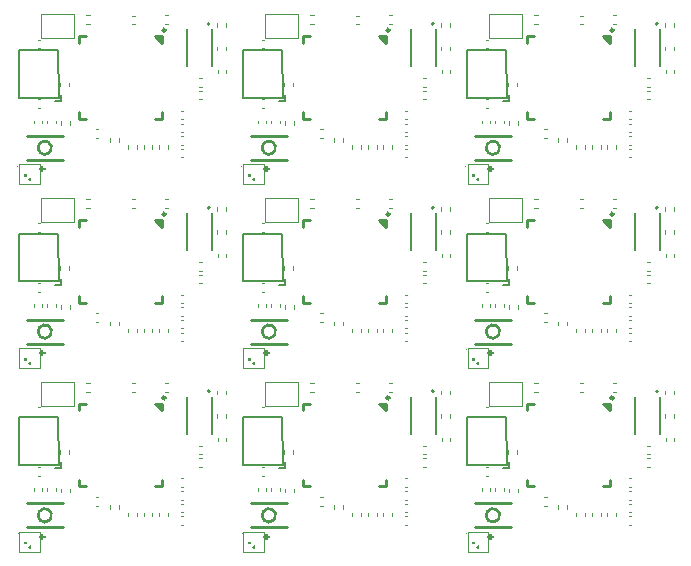
<source format=gto>
G04 #@! TF.GenerationSoftware,KiCad,Pcbnew,7.0.2-6a45011f42~172~ubuntu22.04.1*
G04 #@! TF.CreationDate,2023-06-12T10:28:05+08:00*
G04 #@! TF.ProjectId,panel_3_3,70616e65-6c5f-4335-9f33-2e6b69636164,rev?*
G04 #@! TF.SameCoordinates,Original*
G04 #@! TF.FileFunction,Legend,Top*
G04 #@! TF.FilePolarity,Positive*
%FSLAX46Y46*%
G04 Gerber Fmt 4.6, Leading zero omitted, Abs format (unit mm)*
G04 Created by KiCad (PCBNEW 7.0.2-6a45011f42~172~ubuntu22.04.1) date 2023-06-12 10:28:05*
%MOMM*%
%LPD*%
G01*
G04 APERTURE LIST*
%ADD10C,0.152000*%
%ADD11C,0.200000*%
%ADD12C,0.120000*%
%ADD13C,0.100000*%
%ADD14C,0.254000*%
G04 APERTURE END LIST*
D10*
G04 #@! TO.C,U2*
X61466000Y-16638500D02*
X61466000Y-13486500D01*
X59314000Y-13486500D02*
X59314000Y-16638500D01*
D11*
X61252000Y-13030500D02*
G75*
G03*
X61252000Y-13030500I-100000J0D01*
G01*
D12*
G04 #@! TO.C,R3*
X53590000Y-53806359D02*
X53590000Y-54113641D01*
X52830000Y-53806359D02*
X52830000Y-54113641D01*
G04 #@! TO.C,R5*
X43675000Y-28536359D02*
X43675000Y-28843641D01*
X42915000Y-28536359D02*
X42915000Y-28843641D01*
G04 #@! TO.C,R3*
X34620000Y-53806359D02*
X34620000Y-54113641D01*
X33860000Y-53806359D02*
X33860000Y-54113641D01*
G04 #@! TO.C,C7*
X32852836Y-22690000D02*
X32637164Y-22690000D01*
X32852836Y-21970000D02*
X32637164Y-21970000D01*
G04 #@! TO.C,C2*
X60357164Y-17640000D02*
X60572836Y-17640000D01*
X60357164Y-18360000D02*
X60572836Y-18360000D01*
D10*
G04 #@! TO.C,U2*
X23526000Y-16638500D02*
X23526000Y-13486500D01*
X21374000Y-13486500D02*
X21374000Y-16638500D01*
D11*
X23312000Y-13030500D02*
G75*
G03*
X23312000Y-13030500I-100000J0D01*
G01*
D12*
G04 #@! TO.C,C9*
X20842164Y-38095000D02*
X21057836Y-38095000D01*
X20842164Y-38815000D02*
X21057836Y-38815000D01*
G04 #@! TO.C,C1*
X46667164Y-34990000D02*
X46882836Y-34990000D01*
X46667164Y-35710000D02*
X46882836Y-35710000D01*
G04 #@! TO.C,C13*
X9125000Y-36777164D02*
X9125000Y-36992836D01*
X8405000Y-36777164D02*
X8405000Y-36992836D01*
D13*
G04 #@! TO.C,U5*
X26160000Y-40480000D02*
X26160000Y-42180000D01*
X26160000Y-42180000D02*
X27860000Y-42180000D01*
X27860000Y-40480000D02*
X26160000Y-40480000D01*
X27860000Y-42180000D02*
X27860000Y-40480000D01*
X26060000Y-40630000D02*
G75*
G03*
X26060000Y-40630000I-50000J0D01*
G01*
D12*
X27060000Y-41830000D02*
X26910000Y-41730000D01*
X27060000Y-41630000D01*
X27060000Y-41830000D01*
G36*
X27060000Y-41830000D02*
G01*
X26910000Y-41730000D01*
X27060000Y-41630000D01*
X27060000Y-41830000D01*
G37*
X28285000Y-40905000D02*
X27835000Y-40905000D01*
X27835000Y-40805000D01*
X28285000Y-40805000D01*
X28285000Y-40905000D01*
G36*
X28285000Y-40905000D02*
G01*
X27835000Y-40905000D01*
X27835000Y-40805000D01*
X28285000Y-40805000D01*
X28285000Y-40905000D01*
G37*
X28110000Y-41080000D02*
X28010000Y-41080000D01*
X28010000Y-40630000D01*
X28110000Y-40630000D01*
X28110000Y-41080000D01*
G36*
X28110000Y-41080000D02*
G01*
X28010000Y-41080000D01*
X28010000Y-40630000D01*
X28110000Y-40630000D01*
X28110000Y-41080000D01*
G37*
X26680000Y-41460000D02*
X26670000Y-41460000D01*
X26510000Y-41460000D01*
X26510000Y-41330000D01*
X26680000Y-41330000D01*
X26680000Y-41460000D01*
G36*
X26680000Y-41460000D02*
G01*
X26670000Y-41460000D01*
X26510000Y-41460000D01*
X26510000Y-41330000D01*
X26680000Y-41330000D01*
X26680000Y-41460000D01*
G37*
G04 #@! TO.C,R9*
X55115000Y-38846359D02*
X55115000Y-39153641D01*
X54355000Y-38846359D02*
X54355000Y-39153641D01*
G04 #@! TO.C,R6*
X23945000Y-46388641D02*
X23945000Y-46081359D01*
X24705000Y-46388641D02*
X24705000Y-46081359D01*
G04 #@! TO.C,R3*
X34620000Y-22686359D02*
X34620000Y-22993641D01*
X33860000Y-22686359D02*
X33860000Y-22993641D01*
G04 #@! TO.C,C7*
X13882836Y-22690000D02*
X13667164Y-22690000D01*
X13882836Y-21970000D02*
X13667164Y-21970000D01*
G04 #@! TO.C,R12*
X31791359Y-12320000D02*
X32098641Y-12320000D01*
X31791359Y-13080000D02*
X32098641Y-13080000D01*
G04 #@! TO.C,C2*
X60357164Y-48760000D02*
X60572836Y-48760000D01*
X60357164Y-49480000D02*
X60572836Y-49480000D01*
G04 #@! TO.C,C9*
X58782164Y-22535000D02*
X58997836Y-22535000D01*
X58782164Y-23255000D02*
X58997836Y-23255000D01*
G04 #@! TO.C,R9*
X17175000Y-23286359D02*
X17175000Y-23593641D01*
X16415000Y-23286359D02*
X16415000Y-23593641D01*
G04 #@! TO.C,C1*
X8727164Y-34990000D02*
X8942836Y-34990000D01*
X8727164Y-35710000D02*
X8942836Y-35710000D01*
D10*
G04 #@! TO.C,X1*
X10219000Y-50659000D02*
X10727000Y-50659000D01*
X10727000Y-50659000D02*
X10727000Y-50151000D01*
X7171000Y-50402000D02*
X7171000Y-46341000D01*
X10501000Y-50402000D02*
X7171000Y-50402000D01*
X7171000Y-46341000D02*
X8822000Y-46341000D01*
X8822000Y-46341000D02*
X10473000Y-46341000D01*
X10473000Y-46341000D02*
X10501000Y-50402000D01*
X10473000Y-46341000D02*
X10473000Y-46341000D01*
D14*
G04 #@! TO.C,U1*
X57170000Y-45195000D02*
X57170000Y-45764000D01*
X56601000Y-45195000D02*
X57170000Y-45195000D01*
X56601000Y-45195000D02*
X57170000Y-45764000D01*
X50170000Y-45195000D02*
X50739000Y-45195000D01*
X50170000Y-45295000D02*
X50170000Y-45195000D01*
X57170000Y-45454000D02*
X57073000Y-45454000D01*
X57073000Y-45454000D02*
X56814000Y-45195000D01*
X50170000Y-45764000D02*
X50170000Y-45295000D01*
X57170000Y-51626000D02*
X57170000Y-52195000D01*
X57170000Y-52195000D02*
X56601000Y-52195000D01*
X50739000Y-52195000D02*
X50170000Y-52195000D01*
X50170000Y-52195000D02*
X50170000Y-51626000D01*
X57497000Y-44695000D02*
G75*
G03*
X57497000Y-44695000I-127000J0D01*
G01*
D12*
G04 #@! TO.C,JP1*
X9005000Y-12230000D02*
X11805000Y-12230000D01*
X9005000Y-14230000D02*
X9005000Y-12230000D01*
X11805000Y-12230000D02*
X11805000Y-14230000D01*
X11805000Y-14230000D02*
X9005000Y-14230000D01*
D10*
G04 #@! TO.C,X1*
X48159000Y-50659000D02*
X48667000Y-50659000D01*
X48667000Y-50659000D02*
X48667000Y-50151000D01*
X45111000Y-50402000D02*
X45111000Y-46341000D01*
X48441000Y-50402000D02*
X45111000Y-50402000D01*
X45111000Y-46341000D02*
X46762000Y-46341000D01*
X46762000Y-46341000D02*
X48413000Y-46341000D01*
X48413000Y-46341000D02*
X48441000Y-50402000D01*
X48413000Y-46341000D02*
X48413000Y-46341000D01*
D14*
G04 #@! TO.C,SW1*
X45751000Y-38064000D02*
X48799000Y-38064000D01*
X45751000Y-40096000D02*
X48799000Y-40096000D01*
X47783491Y-39334252D02*
G75*
G03*
X47676999Y-39481999I-508491J254252D01*
G01*
D12*
G04 #@! TO.C,R5*
X43675000Y-12976359D02*
X43675000Y-13283641D01*
X42915000Y-12976359D02*
X42915000Y-13283641D01*
G04 #@! TO.C,R6*
X61885000Y-15268641D02*
X61885000Y-14961359D01*
X62645000Y-15268641D02*
X62645000Y-14961359D01*
G04 #@! TO.C,C11*
X57457164Y-27880000D02*
X57672836Y-27880000D01*
X57457164Y-28600000D02*
X57672836Y-28600000D01*
G04 #@! TO.C,R6*
X42915000Y-15268641D02*
X42915000Y-14961359D01*
X43675000Y-15268641D02*
X43675000Y-14961359D01*
G04 #@! TO.C,R3*
X15650000Y-53806359D02*
X15650000Y-54113641D01*
X14890000Y-53806359D02*
X14890000Y-54113641D01*
G04 #@! TO.C,C12*
X16752164Y-12325000D02*
X16967836Y-12325000D01*
X16752164Y-13045000D02*
X16967836Y-13045000D01*
G04 #@! TO.C,C1*
X27697164Y-34990000D02*
X27912836Y-34990000D01*
X27697164Y-35710000D02*
X27912836Y-35710000D01*
G04 #@! TO.C,R10*
X18455000Y-23286359D02*
X18455000Y-23593641D01*
X17695000Y-23286359D02*
X17695000Y-23593641D01*
G04 #@! TO.C,C2*
X60357164Y-33200000D02*
X60572836Y-33200000D01*
X60357164Y-33920000D02*
X60572836Y-33920000D01*
D10*
G04 #@! TO.C,U2*
X42496000Y-16638500D02*
X42496000Y-13486500D01*
X40344000Y-13486500D02*
X40344000Y-16638500D01*
D11*
X42282000Y-13030500D02*
G75*
G03*
X42282000Y-13030500I-100000J0D01*
G01*
D12*
G04 #@! TO.C,C1*
X46667164Y-50550000D02*
X46882836Y-50550000D01*
X46667164Y-51270000D02*
X46882836Y-51270000D01*
G04 #@! TO.C,C11*
X19517164Y-27880000D02*
X19732836Y-27880000D01*
X19517164Y-28600000D02*
X19732836Y-28600000D01*
G04 #@! TO.C,R3*
X53590000Y-38246359D02*
X53590000Y-38553641D01*
X52830000Y-38246359D02*
X52830000Y-38553641D01*
X15650000Y-22686359D02*
X15650000Y-22993641D01*
X14890000Y-22686359D02*
X14890000Y-22993641D01*
G04 #@! TO.C,R2*
X10675000Y-21573641D02*
X10675000Y-21266359D01*
X11435000Y-21573641D02*
X11435000Y-21266359D01*
D14*
G04 #@! TO.C,SW1*
X45751000Y-22504000D02*
X48799000Y-22504000D01*
X45751000Y-24536000D02*
X48799000Y-24536000D01*
X47783491Y-23774252D02*
G75*
G03*
X47676999Y-23921999I-508491J254252D01*
G01*
D12*
G04 #@! TO.C,C2*
X41387164Y-17640000D02*
X41602836Y-17640000D01*
X41387164Y-18360000D02*
X41602836Y-18360000D01*
G04 #@! TO.C,C4*
X29225000Y-36772164D02*
X29225000Y-36987836D01*
X28505000Y-36772164D02*
X28505000Y-36987836D01*
X29225000Y-52332164D02*
X29225000Y-52547836D01*
X28505000Y-52332164D02*
X28505000Y-52547836D01*
D14*
G04 #@! TO.C,U1*
X19230000Y-14075000D02*
X19230000Y-14644000D01*
X18661000Y-14075000D02*
X19230000Y-14075000D01*
X18661000Y-14075000D02*
X19230000Y-14644000D01*
X12230000Y-14075000D02*
X12799000Y-14075000D01*
X12230000Y-14175000D02*
X12230000Y-14075000D01*
X19230000Y-14334000D02*
X19133000Y-14334000D01*
X19133000Y-14334000D02*
X18874000Y-14075000D01*
X12230000Y-14644000D02*
X12230000Y-14175000D01*
X19230000Y-20506000D02*
X19230000Y-21075000D01*
X19230000Y-21075000D02*
X18661000Y-21075000D01*
X12799000Y-21075000D02*
X12230000Y-21075000D01*
X12230000Y-21075000D02*
X12230000Y-20506000D01*
X19557000Y-13575000D02*
G75*
G03*
X19557000Y-13575000I-127000J0D01*
G01*
D12*
G04 #@! TO.C,R9*
X55115000Y-23286359D02*
X55115000Y-23593641D01*
X54355000Y-23286359D02*
X54355000Y-23593641D01*
G04 #@! TO.C,C9*
X39812164Y-38095000D02*
X40027836Y-38095000D01*
X39812164Y-38815000D02*
X40027836Y-38815000D01*
G04 #@! TO.C,C12*
X16752164Y-43445000D02*
X16967836Y-43445000D01*
X16752164Y-44165000D02*
X16967836Y-44165000D01*
G04 #@! TO.C,C8*
X58787164Y-54740000D02*
X59002836Y-54740000D01*
X58787164Y-55460000D02*
X59002836Y-55460000D01*
D13*
G04 #@! TO.C,U5*
X26160000Y-24920000D02*
X26160000Y-26620000D01*
X26160000Y-26620000D02*
X27860000Y-26620000D01*
X27860000Y-24920000D02*
X26160000Y-24920000D01*
X27860000Y-26620000D02*
X27860000Y-24920000D01*
X26060000Y-25070000D02*
G75*
G03*
X26060000Y-25070000I-50000J0D01*
G01*
D12*
X27060000Y-26270000D02*
X26910000Y-26170000D01*
X27060000Y-26070000D01*
X27060000Y-26270000D01*
G36*
X27060000Y-26270000D02*
G01*
X26910000Y-26170000D01*
X27060000Y-26070000D01*
X27060000Y-26270000D01*
G37*
X28285000Y-25345000D02*
X27835000Y-25345000D01*
X27835000Y-25245000D01*
X28285000Y-25245000D01*
X28285000Y-25345000D01*
G36*
X28285000Y-25345000D02*
G01*
X27835000Y-25345000D01*
X27835000Y-25245000D01*
X28285000Y-25245000D01*
X28285000Y-25345000D01*
G37*
X28110000Y-25520000D02*
X28010000Y-25520000D01*
X28010000Y-25070000D01*
X28110000Y-25070000D01*
X28110000Y-25520000D01*
G36*
X28110000Y-25520000D02*
G01*
X28010000Y-25520000D01*
X28010000Y-25070000D01*
X28110000Y-25070000D01*
X28110000Y-25520000D01*
G37*
X26680000Y-25900000D02*
X26670000Y-25900000D01*
X26510000Y-25900000D01*
X26510000Y-25770000D01*
X26680000Y-25770000D01*
X26680000Y-25900000D01*
G36*
X26680000Y-25900000D02*
G01*
X26670000Y-25900000D01*
X26510000Y-25900000D01*
X26510000Y-25770000D01*
X26680000Y-25770000D01*
X26680000Y-25900000D01*
G37*
G04 #@! TO.C,C11*
X57457164Y-43440000D02*
X57672836Y-43440000D01*
X57457164Y-44160000D02*
X57672836Y-44160000D01*
D10*
G04 #@! TO.C,U2*
X23526000Y-47758500D02*
X23526000Y-44606500D01*
X21374000Y-44606500D02*
X21374000Y-47758500D01*
D11*
X23312000Y-44150500D02*
G75*
G03*
X23312000Y-44150500I-100000J0D01*
G01*
D12*
G04 #@! TO.C,C10*
X41387164Y-34260000D02*
X41602836Y-34260000D01*
X41387164Y-34980000D02*
X41602836Y-34980000D01*
G04 #@! TO.C,C1*
X8727164Y-50550000D02*
X8942836Y-50550000D01*
X8727164Y-51270000D02*
X8942836Y-51270000D01*
X8727164Y-19430000D02*
X8942836Y-19430000D01*
X8727164Y-20150000D02*
X8942836Y-20150000D01*
G04 #@! TO.C,C7*
X13882836Y-38250000D02*
X13667164Y-38250000D01*
X13882836Y-37530000D02*
X13667164Y-37530000D01*
G04 #@! TO.C,C9*
X58782164Y-53655000D02*
X58997836Y-53655000D01*
X58782164Y-54375000D02*
X58997836Y-54375000D01*
G04 #@! TO.C,C6*
X21057836Y-37747500D02*
X20842164Y-37747500D01*
X21057836Y-37027500D02*
X20842164Y-37027500D01*
G04 #@! TO.C,C11*
X38487164Y-27880000D02*
X38702836Y-27880000D01*
X38487164Y-28600000D02*
X38702836Y-28600000D01*
G04 #@! TO.C,C14*
X24685000Y-16972164D02*
X24685000Y-17187836D01*
X23965000Y-16972164D02*
X23965000Y-17187836D01*
G04 #@! TO.C,C10*
X60357164Y-34260000D02*
X60572836Y-34260000D01*
X60357164Y-34980000D02*
X60572836Y-34980000D01*
G04 #@! TO.C,R5*
X24705000Y-28536359D02*
X24705000Y-28843641D01*
X23945000Y-28536359D02*
X23945000Y-28843641D01*
G04 #@! TO.C,C1*
X27697164Y-19430000D02*
X27912836Y-19430000D01*
X27697164Y-20150000D02*
X27912836Y-20150000D01*
G04 #@! TO.C,R9*
X36145000Y-38846359D02*
X36145000Y-39153641D01*
X35385000Y-38846359D02*
X35385000Y-39153641D01*
D14*
G04 #@! TO.C,SW1*
X7811000Y-38064000D02*
X10859000Y-38064000D01*
X7811000Y-40096000D02*
X10859000Y-40096000D01*
X9843491Y-39334252D02*
G75*
G03*
X9736999Y-39481999I-508491J254252D01*
G01*
D12*
G04 #@! TO.C,R11*
X38705000Y-38846359D02*
X38705000Y-39153641D01*
X37945000Y-38846359D02*
X37945000Y-39153641D01*
G04 #@! TO.C,C14*
X43655000Y-48092164D02*
X43655000Y-48307836D01*
X42935000Y-48092164D02*
X42935000Y-48307836D01*
G04 #@! TO.C,R12*
X50761359Y-12320000D02*
X51068641Y-12320000D01*
X50761359Y-13080000D02*
X51068641Y-13080000D01*
G04 #@! TO.C,C9*
X39812164Y-22535000D02*
X40027836Y-22535000D01*
X39812164Y-23255000D02*
X40027836Y-23255000D01*
G04 #@! TO.C,C7*
X13882836Y-53810000D02*
X13667164Y-53810000D01*
X13882836Y-53090000D02*
X13667164Y-53090000D01*
G04 #@! TO.C,JP1*
X46945000Y-12230000D02*
X49745000Y-12230000D01*
X46945000Y-14230000D02*
X46945000Y-12230000D01*
X49745000Y-12230000D02*
X49745000Y-14230000D01*
X49745000Y-14230000D02*
X46945000Y-14230000D01*
D14*
G04 #@! TO.C,U1*
X57170000Y-29635000D02*
X57170000Y-30204000D01*
X56601000Y-29635000D02*
X57170000Y-29635000D01*
X56601000Y-29635000D02*
X57170000Y-30204000D01*
X50170000Y-29635000D02*
X50739000Y-29635000D01*
X50170000Y-29735000D02*
X50170000Y-29635000D01*
X57170000Y-29894000D02*
X57073000Y-29894000D01*
X57073000Y-29894000D02*
X56814000Y-29635000D01*
X50170000Y-30204000D02*
X50170000Y-29735000D01*
X57170000Y-36066000D02*
X57170000Y-36635000D01*
X57170000Y-36635000D02*
X56601000Y-36635000D01*
X50739000Y-36635000D02*
X50170000Y-36635000D01*
X50170000Y-36635000D02*
X50170000Y-36066000D01*
X57497000Y-29135000D02*
G75*
G03*
X57497000Y-29135000I-127000J0D01*
G01*
D12*
G04 #@! TO.C,C13*
X28095000Y-36777164D02*
X28095000Y-36992836D01*
X27375000Y-36777164D02*
X27375000Y-36992836D01*
G04 #@! TO.C,C6*
X40027836Y-37747500D02*
X39812164Y-37747500D01*
X40027836Y-37027500D02*
X39812164Y-37027500D01*
G04 #@! TO.C,R2*
X10675000Y-37133641D02*
X10675000Y-36826359D01*
X11435000Y-37133641D02*
X11435000Y-36826359D01*
G04 #@! TO.C,R12*
X31791359Y-27880000D02*
X32098641Y-27880000D01*
X31791359Y-28640000D02*
X32098641Y-28640000D01*
D14*
G04 #@! TO.C,U1*
X19230000Y-29635000D02*
X19230000Y-30204000D01*
X18661000Y-29635000D02*
X19230000Y-29635000D01*
X18661000Y-29635000D02*
X19230000Y-30204000D01*
X12230000Y-29635000D02*
X12799000Y-29635000D01*
X12230000Y-29735000D02*
X12230000Y-29635000D01*
X19230000Y-29894000D02*
X19133000Y-29894000D01*
X19133000Y-29894000D02*
X18874000Y-29635000D01*
X12230000Y-30204000D02*
X12230000Y-29735000D01*
X19230000Y-36066000D02*
X19230000Y-36635000D01*
X19230000Y-36635000D02*
X18661000Y-36635000D01*
X12799000Y-36635000D02*
X12230000Y-36635000D01*
X12230000Y-36635000D02*
X12230000Y-36066000D01*
X19557000Y-29135000D02*
G75*
G03*
X19557000Y-29135000I-127000J0D01*
G01*
D12*
G04 #@! TO.C,C5*
X39812164Y-35960000D02*
X40027836Y-35960000D01*
X39812164Y-36680000D02*
X40027836Y-36680000D01*
G04 #@! TO.C,C3*
X46687164Y-14360000D02*
X46902836Y-14360000D01*
X46687164Y-15080000D02*
X46902836Y-15080000D01*
D10*
G04 #@! TO.C,U2*
X42496000Y-47758500D02*
X42496000Y-44606500D01*
X40344000Y-44606500D02*
X40344000Y-47758500D01*
D11*
X42282000Y-44150500D02*
G75*
G03*
X42282000Y-44150500I-100000J0D01*
G01*
D12*
G04 #@! TO.C,C3*
X8747164Y-45480000D02*
X8962836Y-45480000D01*
X8747164Y-46200000D02*
X8962836Y-46200000D01*
G04 #@! TO.C,C12*
X54692164Y-27885000D02*
X54907836Y-27885000D01*
X54692164Y-28605000D02*
X54907836Y-28605000D01*
G04 #@! TO.C,R1*
X10645000Y-33873641D02*
X10645000Y-33566359D01*
X11405000Y-33873641D02*
X11405000Y-33566359D01*
G04 #@! TO.C,C5*
X20842164Y-20400000D02*
X21057836Y-20400000D01*
X20842164Y-21120000D02*
X21057836Y-21120000D01*
G04 #@! TO.C,C6*
X40027836Y-22187500D02*
X39812164Y-22187500D01*
X40027836Y-21467500D02*
X39812164Y-21467500D01*
G04 #@! TO.C,C13*
X47065000Y-52337164D02*
X47065000Y-52552836D01*
X46345000Y-52337164D02*
X46345000Y-52552836D01*
G04 #@! TO.C,R3*
X15650000Y-38246359D02*
X15650000Y-38553641D01*
X14890000Y-38246359D02*
X14890000Y-38553641D01*
G04 #@! TO.C,R11*
X38705000Y-54406359D02*
X38705000Y-54713641D01*
X37945000Y-54406359D02*
X37945000Y-54713641D01*
G04 #@! TO.C,C10*
X22417164Y-18700000D02*
X22632836Y-18700000D01*
X22417164Y-19420000D02*
X22632836Y-19420000D01*
G04 #@! TO.C,R10*
X56395000Y-23286359D02*
X56395000Y-23593641D01*
X55635000Y-23286359D02*
X55635000Y-23593641D01*
D13*
G04 #@! TO.C,U5*
X45130000Y-56040000D02*
X45130000Y-57740000D01*
X45130000Y-57740000D02*
X46830000Y-57740000D01*
X46830000Y-56040000D02*
X45130000Y-56040000D01*
X46830000Y-57740000D02*
X46830000Y-56040000D01*
X45030000Y-56190000D02*
G75*
G03*
X45030000Y-56190000I-50000J0D01*
G01*
D12*
X46030000Y-57390000D02*
X45880000Y-57290000D01*
X46030000Y-57190000D01*
X46030000Y-57390000D01*
G36*
X46030000Y-57390000D02*
G01*
X45880000Y-57290000D01*
X46030000Y-57190000D01*
X46030000Y-57390000D01*
G37*
X47255000Y-56465000D02*
X46805000Y-56465000D01*
X46805000Y-56365000D01*
X47255000Y-56365000D01*
X47255000Y-56465000D01*
G36*
X47255000Y-56465000D02*
G01*
X46805000Y-56465000D01*
X46805000Y-56365000D01*
X47255000Y-56365000D01*
X47255000Y-56465000D01*
G37*
X47080000Y-56640000D02*
X46980000Y-56640000D01*
X46980000Y-56190000D01*
X47080000Y-56190000D01*
X47080000Y-56640000D01*
G36*
X47080000Y-56640000D02*
G01*
X46980000Y-56640000D01*
X46980000Y-56190000D01*
X47080000Y-56190000D01*
X47080000Y-56640000D01*
G37*
X45650000Y-57020000D02*
X45640000Y-57020000D01*
X45480000Y-57020000D01*
X45480000Y-56890000D01*
X45650000Y-56890000D01*
X45650000Y-57020000D01*
G36*
X45650000Y-57020000D02*
G01*
X45640000Y-57020000D01*
X45480000Y-57020000D01*
X45480000Y-56890000D01*
X45650000Y-56890000D01*
X45650000Y-57020000D01*
G37*
G04 #@! TO.C,R10*
X37425000Y-54406359D02*
X37425000Y-54713641D01*
X36665000Y-54406359D02*
X36665000Y-54713641D01*
G04 #@! TO.C,R1*
X48585000Y-18313641D02*
X48585000Y-18006359D01*
X49345000Y-18313641D02*
X49345000Y-18006359D01*
G04 #@! TO.C,C2*
X41387164Y-33200000D02*
X41602836Y-33200000D01*
X41387164Y-33920000D02*
X41602836Y-33920000D01*
G04 #@! TO.C,R2*
X48615000Y-52693641D02*
X48615000Y-52386359D01*
X49375000Y-52693641D02*
X49375000Y-52386359D01*
G04 #@! TO.C,C9*
X39812164Y-53655000D02*
X40027836Y-53655000D01*
X39812164Y-54375000D02*
X40027836Y-54375000D01*
G04 #@! TO.C,C1*
X46667164Y-19430000D02*
X46882836Y-19430000D01*
X46667164Y-20150000D02*
X46882836Y-20150000D01*
G04 #@! TO.C,C12*
X16752164Y-27885000D02*
X16967836Y-27885000D01*
X16752164Y-28605000D02*
X16967836Y-28605000D01*
G04 #@! TO.C,R11*
X19735000Y-54406359D02*
X19735000Y-54713641D01*
X18975000Y-54406359D02*
X18975000Y-54713641D01*
D13*
G04 #@! TO.C,U5*
X7190000Y-56040000D02*
X7190000Y-57740000D01*
X7190000Y-57740000D02*
X8890000Y-57740000D01*
X8890000Y-56040000D02*
X7190000Y-56040000D01*
X8890000Y-57740000D02*
X8890000Y-56040000D01*
X7090000Y-56190000D02*
G75*
G03*
X7090000Y-56190000I-50000J0D01*
G01*
D12*
X8090000Y-57390000D02*
X7940000Y-57290000D01*
X8090000Y-57190000D01*
X8090000Y-57390000D01*
G36*
X8090000Y-57390000D02*
G01*
X7940000Y-57290000D01*
X8090000Y-57190000D01*
X8090000Y-57390000D01*
G37*
X9315000Y-56465000D02*
X8865000Y-56465000D01*
X8865000Y-56365000D01*
X9315000Y-56365000D01*
X9315000Y-56465000D01*
G36*
X9315000Y-56465000D02*
G01*
X8865000Y-56465000D01*
X8865000Y-56365000D01*
X9315000Y-56365000D01*
X9315000Y-56465000D01*
G37*
X9140000Y-56640000D02*
X9040000Y-56640000D01*
X9040000Y-56190000D01*
X9140000Y-56190000D01*
X9140000Y-56640000D01*
G36*
X9140000Y-56640000D02*
G01*
X9040000Y-56640000D01*
X9040000Y-56190000D01*
X9140000Y-56190000D01*
X9140000Y-56640000D01*
G37*
X7710000Y-57020000D02*
X7700000Y-57020000D01*
X7540000Y-57020000D01*
X7540000Y-56890000D01*
X7710000Y-56890000D01*
X7710000Y-57020000D01*
G36*
X7710000Y-57020000D02*
G01*
X7700000Y-57020000D01*
X7540000Y-57020000D01*
X7540000Y-56890000D01*
X7710000Y-56890000D01*
X7710000Y-57020000D01*
G37*
D10*
G04 #@! TO.C,X1*
X10219000Y-19539000D02*
X10727000Y-19539000D01*
X10727000Y-19539000D02*
X10727000Y-19031000D01*
X7171000Y-19282000D02*
X7171000Y-15221000D01*
X10501000Y-19282000D02*
X7171000Y-19282000D01*
X7171000Y-15221000D02*
X8822000Y-15221000D01*
X8822000Y-15221000D02*
X10473000Y-15221000D01*
X10473000Y-15221000D02*
X10501000Y-19282000D01*
X10473000Y-15221000D02*
X10473000Y-15221000D01*
D12*
G04 #@! TO.C,C13*
X47065000Y-36777164D02*
X47065000Y-36992836D01*
X46345000Y-36777164D02*
X46345000Y-36992836D01*
D13*
G04 #@! TO.C,U5*
X7190000Y-24920000D02*
X7190000Y-26620000D01*
X7190000Y-26620000D02*
X8890000Y-26620000D01*
X8890000Y-24920000D02*
X7190000Y-24920000D01*
X8890000Y-26620000D02*
X8890000Y-24920000D01*
X7090000Y-25070000D02*
G75*
G03*
X7090000Y-25070000I-50000J0D01*
G01*
D12*
X8090000Y-26270000D02*
X7940000Y-26170000D01*
X8090000Y-26070000D01*
X8090000Y-26270000D01*
G36*
X8090000Y-26270000D02*
G01*
X7940000Y-26170000D01*
X8090000Y-26070000D01*
X8090000Y-26270000D01*
G37*
X9315000Y-25345000D02*
X8865000Y-25345000D01*
X8865000Y-25245000D01*
X9315000Y-25245000D01*
X9315000Y-25345000D01*
G36*
X9315000Y-25345000D02*
G01*
X8865000Y-25345000D01*
X8865000Y-25245000D01*
X9315000Y-25245000D01*
X9315000Y-25345000D01*
G37*
X9140000Y-25520000D02*
X9040000Y-25520000D01*
X9040000Y-25070000D01*
X9140000Y-25070000D01*
X9140000Y-25520000D01*
G36*
X9140000Y-25520000D02*
G01*
X9040000Y-25520000D01*
X9040000Y-25070000D01*
X9140000Y-25070000D01*
X9140000Y-25520000D01*
G37*
X7710000Y-25900000D02*
X7700000Y-25900000D01*
X7540000Y-25900000D01*
X7540000Y-25770000D01*
X7710000Y-25770000D01*
X7710000Y-25900000D01*
G36*
X7710000Y-25900000D02*
G01*
X7700000Y-25900000D01*
X7540000Y-25900000D01*
X7540000Y-25770000D01*
X7710000Y-25770000D01*
X7710000Y-25900000D01*
G37*
G04 #@! TO.C,C8*
X20847164Y-39180000D02*
X21062836Y-39180000D01*
X20847164Y-39900000D02*
X21062836Y-39900000D01*
G04 #@! TO.C,R6*
X61885000Y-46388641D02*
X61885000Y-46081359D01*
X62645000Y-46388641D02*
X62645000Y-46081359D01*
G04 #@! TO.C,R5*
X62645000Y-12976359D02*
X62645000Y-13283641D01*
X61885000Y-12976359D02*
X61885000Y-13283641D01*
D14*
G04 #@! TO.C,U1*
X38200000Y-45195000D02*
X38200000Y-45764000D01*
X37631000Y-45195000D02*
X38200000Y-45195000D01*
X37631000Y-45195000D02*
X38200000Y-45764000D01*
X31200000Y-45195000D02*
X31769000Y-45195000D01*
X31200000Y-45295000D02*
X31200000Y-45195000D01*
X38200000Y-45454000D02*
X38103000Y-45454000D01*
X38103000Y-45454000D02*
X37844000Y-45195000D01*
X31200000Y-45764000D02*
X31200000Y-45295000D01*
X38200000Y-51626000D02*
X38200000Y-52195000D01*
X38200000Y-52195000D02*
X37631000Y-52195000D01*
X31769000Y-52195000D02*
X31200000Y-52195000D01*
X31200000Y-52195000D02*
X31200000Y-51626000D01*
X38527000Y-44695000D02*
G75*
G03*
X38527000Y-44695000I-127000J0D01*
G01*
D12*
G04 #@! TO.C,C14*
X24685000Y-48092164D02*
X24685000Y-48307836D01*
X23965000Y-48092164D02*
X23965000Y-48307836D01*
G04 #@! TO.C,R1*
X48585000Y-33873641D02*
X48585000Y-33566359D01*
X49345000Y-33873641D02*
X49345000Y-33566359D01*
G04 #@! TO.C,C11*
X19517164Y-12320000D02*
X19732836Y-12320000D01*
X19517164Y-13040000D02*
X19732836Y-13040000D01*
G04 #@! TO.C,R5*
X43675000Y-44096359D02*
X43675000Y-44403641D01*
X42915000Y-44096359D02*
X42915000Y-44403641D01*
X24705000Y-44096359D02*
X24705000Y-44403641D01*
X23945000Y-44096359D02*
X23945000Y-44403641D01*
G04 #@! TO.C,C12*
X54692164Y-43445000D02*
X54907836Y-43445000D01*
X54692164Y-44165000D02*
X54907836Y-44165000D01*
D14*
G04 #@! TO.C,SW1*
X45751000Y-53624000D02*
X48799000Y-53624000D01*
X45751000Y-55656000D02*
X48799000Y-55656000D01*
X47783491Y-54894252D02*
G75*
G03*
X47676999Y-55041999I-508491J254252D01*
G01*
D12*
G04 #@! TO.C,R6*
X42915000Y-30828641D02*
X42915000Y-30521359D01*
X43675000Y-30828641D02*
X43675000Y-30521359D01*
G04 #@! TO.C,R9*
X17175000Y-38846359D02*
X17175000Y-39153641D01*
X16415000Y-38846359D02*
X16415000Y-39153641D01*
G04 #@! TO.C,C9*
X20842164Y-22535000D02*
X21057836Y-22535000D01*
X20842164Y-23255000D02*
X21057836Y-23255000D01*
G04 #@! TO.C,C6*
X21057836Y-53307500D02*
X20842164Y-53307500D01*
X21057836Y-52587500D02*
X20842164Y-52587500D01*
G04 #@! TO.C,C14*
X62625000Y-48092164D02*
X62625000Y-48307836D01*
X61905000Y-48092164D02*
X61905000Y-48307836D01*
G04 #@! TO.C,R11*
X57675000Y-38846359D02*
X57675000Y-39153641D01*
X56915000Y-38846359D02*
X56915000Y-39153641D01*
D14*
G04 #@! TO.C,SW1*
X7811000Y-22504000D02*
X10859000Y-22504000D01*
X7811000Y-24536000D02*
X10859000Y-24536000D01*
X9843491Y-23774252D02*
G75*
G03*
X9736999Y-23921999I-508491J254252D01*
G01*
D12*
G04 #@! TO.C,R3*
X53590000Y-22686359D02*
X53590000Y-22993641D01*
X52830000Y-22686359D02*
X52830000Y-22993641D01*
G04 #@! TO.C,R2*
X48615000Y-37133641D02*
X48615000Y-36826359D01*
X49375000Y-37133641D02*
X49375000Y-36826359D01*
G04 #@! TO.C,C14*
X43655000Y-32532164D02*
X43655000Y-32747836D01*
X42935000Y-32532164D02*
X42935000Y-32747836D01*
G04 #@! TO.C,JP1*
X27975000Y-43350000D02*
X30775000Y-43350000D01*
X27975000Y-45350000D02*
X27975000Y-43350000D01*
X30775000Y-43350000D02*
X30775000Y-45350000D01*
X30775000Y-45350000D02*
X27975000Y-45350000D01*
G04 #@! TO.C,C5*
X58782164Y-20400000D02*
X58997836Y-20400000D01*
X58782164Y-21120000D02*
X58997836Y-21120000D01*
G04 #@! TO.C,C3*
X8747164Y-14360000D02*
X8962836Y-14360000D01*
X8747164Y-15080000D02*
X8962836Y-15080000D01*
D13*
G04 #@! TO.C,U5*
X45130000Y-24920000D02*
X45130000Y-26620000D01*
X45130000Y-26620000D02*
X46830000Y-26620000D01*
X46830000Y-24920000D02*
X45130000Y-24920000D01*
X46830000Y-26620000D02*
X46830000Y-24920000D01*
X45030000Y-25070000D02*
G75*
G03*
X45030000Y-25070000I-50000J0D01*
G01*
D12*
X46030000Y-26270000D02*
X45880000Y-26170000D01*
X46030000Y-26070000D01*
X46030000Y-26270000D01*
G36*
X46030000Y-26270000D02*
G01*
X45880000Y-26170000D01*
X46030000Y-26070000D01*
X46030000Y-26270000D01*
G37*
X47255000Y-25345000D02*
X46805000Y-25345000D01*
X46805000Y-25245000D01*
X47255000Y-25245000D01*
X47255000Y-25345000D01*
G36*
X47255000Y-25345000D02*
G01*
X46805000Y-25345000D01*
X46805000Y-25245000D01*
X47255000Y-25245000D01*
X47255000Y-25345000D01*
G37*
X47080000Y-25520000D02*
X46980000Y-25520000D01*
X46980000Y-25070000D01*
X47080000Y-25070000D01*
X47080000Y-25520000D01*
G36*
X47080000Y-25520000D02*
G01*
X46980000Y-25520000D01*
X46980000Y-25070000D01*
X47080000Y-25070000D01*
X47080000Y-25520000D01*
G37*
X45650000Y-25900000D02*
X45640000Y-25900000D01*
X45480000Y-25900000D01*
X45480000Y-25770000D01*
X45650000Y-25770000D01*
X45650000Y-25900000D01*
G36*
X45650000Y-25900000D02*
G01*
X45640000Y-25900000D01*
X45480000Y-25900000D01*
X45480000Y-25770000D01*
X45650000Y-25770000D01*
X45650000Y-25900000D01*
G37*
G04 #@! TO.C,R10*
X56395000Y-38846359D02*
X56395000Y-39153641D01*
X55635000Y-38846359D02*
X55635000Y-39153641D01*
G04 #@! TO.C,R11*
X57675000Y-23286359D02*
X57675000Y-23593641D01*
X56915000Y-23286359D02*
X56915000Y-23593641D01*
G04 #@! TO.C,R1*
X29615000Y-33873641D02*
X29615000Y-33566359D01*
X30375000Y-33873641D02*
X30375000Y-33566359D01*
D14*
G04 #@! TO.C,U1*
X19230000Y-45195000D02*
X19230000Y-45764000D01*
X18661000Y-45195000D02*
X19230000Y-45195000D01*
X18661000Y-45195000D02*
X19230000Y-45764000D01*
X12230000Y-45195000D02*
X12799000Y-45195000D01*
X12230000Y-45295000D02*
X12230000Y-45195000D01*
X19230000Y-45454000D02*
X19133000Y-45454000D01*
X19133000Y-45454000D02*
X18874000Y-45195000D01*
X12230000Y-45764000D02*
X12230000Y-45295000D01*
X19230000Y-51626000D02*
X19230000Y-52195000D01*
X19230000Y-52195000D02*
X18661000Y-52195000D01*
X12799000Y-52195000D02*
X12230000Y-52195000D01*
X12230000Y-52195000D02*
X12230000Y-51626000D01*
X19557000Y-44695000D02*
G75*
G03*
X19557000Y-44695000I-127000J0D01*
G01*
D12*
G04 #@! TO.C,C2*
X22417164Y-48760000D02*
X22632836Y-48760000D01*
X22417164Y-49480000D02*
X22632836Y-49480000D01*
G04 #@! TO.C,R10*
X18455000Y-54406359D02*
X18455000Y-54713641D01*
X17695000Y-54406359D02*
X17695000Y-54713641D01*
G04 #@! TO.C,C5*
X20842164Y-51520000D02*
X21057836Y-51520000D01*
X20842164Y-52240000D02*
X21057836Y-52240000D01*
G04 #@! TO.C,C8*
X20847164Y-54740000D02*
X21062836Y-54740000D01*
X20847164Y-55460000D02*
X21062836Y-55460000D01*
G04 #@! TO.C,C13*
X47065000Y-21217164D02*
X47065000Y-21432836D01*
X46345000Y-21217164D02*
X46345000Y-21432836D01*
G04 #@! TO.C,C3*
X8747164Y-29920000D02*
X8962836Y-29920000D01*
X8747164Y-30640000D02*
X8962836Y-30640000D01*
G04 #@! TO.C,C11*
X57457164Y-12320000D02*
X57672836Y-12320000D01*
X57457164Y-13040000D02*
X57672836Y-13040000D01*
X19517164Y-43440000D02*
X19732836Y-43440000D01*
X19517164Y-44160000D02*
X19732836Y-44160000D01*
G04 #@! TO.C,C14*
X62625000Y-32532164D02*
X62625000Y-32747836D01*
X61905000Y-32532164D02*
X61905000Y-32747836D01*
G04 #@! TO.C,C5*
X58782164Y-35960000D02*
X58997836Y-35960000D01*
X58782164Y-36680000D02*
X58997836Y-36680000D01*
D14*
G04 #@! TO.C,SW1*
X26781000Y-22504000D02*
X29829000Y-22504000D01*
X26781000Y-24536000D02*
X29829000Y-24536000D01*
X28813491Y-23774252D02*
G75*
G03*
X28706999Y-23921999I-508491J254252D01*
G01*
D10*
G04 #@! TO.C,X1*
X48159000Y-35099000D02*
X48667000Y-35099000D01*
X48667000Y-35099000D02*
X48667000Y-34591000D01*
X45111000Y-34842000D02*
X45111000Y-30781000D01*
X48441000Y-34842000D02*
X45111000Y-34842000D01*
X45111000Y-30781000D02*
X46762000Y-30781000D01*
X46762000Y-30781000D02*
X48413000Y-30781000D01*
X48413000Y-30781000D02*
X48441000Y-34842000D01*
X48413000Y-30781000D02*
X48413000Y-30781000D01*
D12*
G04 #@! TO.C,C4*
X48195000Y-52332164D02*
X48195000Y-52547836D01*
X47475000Y-52332164D02*
X47475000Y-52547836D01*
D14*
G04 #@! TO.C,SW1*
X7811000Y-53624000D02*
X10859000Y-53624000D01*
X7811000Y-55656000D02*
X10859000Y-55656000D01*
X9843491Y-54894252D02*
G75*
G03*
X9736999Y-55041999I-508491J254252D01*
G01*
D12*
G04 #@! TO.C,C9*
X20842164Y-53655000D02*
X21057836Y-53655000D01*
X20842164Y-54375000D02*
X21057836Y-54375000D01*
G04 #@! TO.C,C14*
X43655000Y-16972164D02*
X43655000Y-17187836D01*
X42935000Y-16972164D02*
X42935000Y-17187836D01*
D10*
G04 #@! TO.C,X1*
X29189000Y-19539000D02*
X29697000Y-19539000D01*
X29697000Y-19539000D02*
X29697000Y-19031000D01*
X26141000Y-19282000D02*
X26141000Y-15221000D01*
X29471000Y-19282000D02*
X26141000Y-19282000D01*
X26141000Y-15221000D02*
X27792000Y-15221000D01*
X27792000Y-15221000D02*
X29443000Y-15221000D01*
X29443000Y-15221000D02*
X29471000Y-19282000D01*
X29443000Y-15221000D02*
X29443000Y-15221000D01*
D12*
G04 #@! TO.C,R10*
X37425000Y-23286359D02*
X37425000Y-23593641D01*
X36665000Y-23286359D02*
X36665000Y-23593641D01*
G04 #@! TO.C,C4*
X48195000Y-36772164D02*
X48195000Y-36987836D01*
X47475000Y-36772164D02*
X47475000Y-36987836D01*
G04 #@! TO.C,R2*
X10675000Y-52693641D02*
X10675000Y-52386359D01*
X11435000Y-52693641D02*
X11435000Y-52386359D01*
D13*
G04 #@! TO.C,U5*
X45130000Y-40480000D02*
X45130000Y-42180000D01*
X45130000Y-42180000D02*
X46830000Y-42180000D01*
X46830000Y-40480000D02*
X45130000Y-40480000D01*
X46830000Y-42180000D02*
X46830000Y-40480000D01*
X45030000Y-40630000D02*
G75*
G03*
X45030000Y-40630000I-50000J0D01*
G01*
D12*
X46030000Y-41830000D02*
X45880000Y-41730000D01*
X46030000Y-41630000D01*
X46030000Y-41830000D01*
G36*
X46030000Y-41830000D02*
G01*
X45880000Y-41730000D01*
X46030000Y-41630000D01*
X46030000Y-41830000D01*
G37*
X47255000Y-40905000D02*
X46805000Y-40905000D01*
X46805000Y-40805000D01*
X47255000Y-40805000D01*
X47255000Y-40905000D01*
G36*
X47255000Y-40905000D02*
G01*
X46805000Y-40905000D01*
X46805000Y-40805000D01*
X47255000Y-40805000D01*
X47255000Y-40905000D01*
G37*
X47080000Y-41080000D02*
X46980000Y-41080000D01*
X46980000Y-40630000D01*
X47080000Y-40630000D01*
X47080000Y-41080000D01*
G36*
X47080000Y-41080000D02*
G01*
X46980000Y-41080000D01*
X46980000Y-40630000D01*
X47080000Y-40630000D01*
X47080000Y-41080000D01*
G37*
X45650000Y-41460000D02*
X45640000Y-41460000D01*
X45480000Y-41460000D01*
X45480000Y-41330000D01*
X45650000Y-41330000D01*
X45650000Y-41460000D01*
G36*
X45650000Y-41460000D02*
G01*
X45640000Y-41460000D01*
X45480000Y-41460000D01*
X45480000Y-41330000D01*
X45650000Y-41330000D01*
X45650000Y-41460000D01*
G37*
G04 #@! TO.C,C2*
X22417164Y-33200000D02*
X22632836Y-33200000D01*
X22417164Y-33920000D02*
X22632836Y-33920000D01*
G04 #@! TO.C,C6*
X40027836Y-53307500D02*
X39812164Y-53307500D01*
X40027836Y-52587500D02*
X39812164Y-52587500D01*
G04 #@! TO.C,R12*
X12821359Y-27880000D02*
X13128641Y-27880000D01*
X12821359Y-28640000D02*
X13128641Y-28640000D01*
G04 #@! TO.C,R1*
X29615000Y-18313641D02*
X29615000Y-18006359D01*
X30375000Y-18313641D02*
X30375000Y-18006359D01*
G04 #@! TO.C,C5*
X58782164Y-51520000D02*
X58997836Y-51520000D01*
X58782164Y-52240000D02*
X58997836Y-52240000D01*
D10*
G04 #@! TO.C,U2*
X61466000Y-32198500D02*
X61466000Y-29046500D01*
X59314000Y-29046500D02*
X59314000Y-32198500D01*
D11*
X61252000Y-28590500D02*
G75*
G03*
X61252000Y-28590500I-100000J0D01*
G01*
D12*
G04 #@! TO.C,R11*
X38705000Y-23286359D02*
X38705000Y-23593641D01*
X37945000Y-23286359D02*
X37945000Y-23593641D01*
G04 #@! TO.C,C4*
X10255000Y-21212164D02*
X10255000Y-21427836D01*
X9535000Y-21212164D02*
X9535000Y-21427836D01*
G04 #@! TO.C,R10*
X37425000Y-38846359D02*
X37425000Y-39153641D01*
X36665000Y-38846359D02*
X36665000Y-39153641D01*
G04 #@! TO.C,C7*
X51822836Y-53810000D02*
X51607164Y-53810000D01*
X51822836Y-53090000D02*
X51607164Y-53090000D01*
G04 #@! TO.C,C9*
X58782164Y-38095000D02*
X58997836Y-38095000D01*
X58782164Y-38815000D02*
X58997836Y-38815000D01*
G04 #@! TO.C,C2*
X22417164Y-17640000D02*
X22632836Y-17640000D01*
X22417164Y-18360000D02*
X22632836Y-18360000D01*
G04 #@! TO.C,C5*
X20842164Y-35960000D02*
X21057836Y-35960000D01*
X20842164Y-36680000D02*
X21057836Y-36680000D01*
G04 #@! TO.C,C4*
X29225000Y-21212164D02*
X29225000Y-21427836D01*
X28505000Y-21212164D02*
X28505000Y-21427836D01*
G04 #@! TO.C,C8*
X58787164Y-39180000D02*
X59002836Y-39180000D01*
X58787164Y-39900000D02*
X59002836Y-39900000D01*
G04 #@! TO.C,C4*
X10255000Y-52332164D02*
X10255000Y-52547836D01*
X9535000Y-52332164D02*
X9535000Y-52547836D01*
G04 #@! TO.C,C1*
X27697164Y-50550000D02*
X27912836Y-50550000D01*
X27697164Y-51270000D02*
X27912836Y-51270000D01*
G04 #@! TO.C,R5*
X24705000Y-12976359D02*
X24705000Y-13283641D01*
X23945000Y-12976359D02*
X23945000Y-13283641D01*
G04 #@! TO.C,C10*
X22417164Y-49820000D02*
X22632836Y-49820000D01*
X22417164Y-50540000D02*
X22632836Y-50540000D01*
G04 #@! TO.C,C12*
X54692164Y-12325000D02*
X54907836Y-12325000D01*
X54692164Y-13045000D02*
X54907836Y-13045000D01*
G04 #@! TO.C,JP1*
X27975000Y-12230000D02*
X30775000Y-12230000D01*
X27975000Y-14230000D02*
X27975000Y-12230000D01*
X30775000Y-12230000D02*
X30775000Y-14230000D01*
X30775000Y-14230000D02*
X27975000Y-14230000D01*
G04 #@! TO.C,R6*
X23945000Y-30828641D02*
X23945000Y-30521359D01*
X24705000Y-30828641D02*
X24705000Y-30521359D01*
D10*
G04 #@! TO.C,X1*
X10219000Y-35099000D02*
X10727000Y-35099000D01*
X10727000Y-35099000D02*
X10727000Y-34591000D01*
X7171000Y-34842000D02*
X7171000Y-30781000D01*
X10501000Y-34842000D02*
X7171000Y-34842000D01*
X7171000Y-30781000D02*
X8822000Y-30781000D01*
X8822000Y-30781000D02*
X10473000Y-30781000D01*
X10473000Y-30781000D02*
X10501000Y-34842000D01*
X10473000Y-30781000D02*
X10473000Y-30781000D01*
D12*
G04 #@! TO.C,R6*
X23945000Y-15268641D02*
X23945000Y-14961359D01*
X24705000Y-15268641D02*
X24705000Y-14961359D01*
G04 #@! TO.C,C7*
X32852836Y-38250000D02*
X32637164Y-38250000D01*
X32852836Y-37530000D02*
X32637164Y-37530000D01*
G04 #@! TO.C,C3*
X27717164Y-45480000D02*
X27932836Y-45480000D01*
X27717164Y-46200000D02*
X27932836Y-46200000D01*
G04 #@! TO.C,R11*
X19735000Y-38846359D02*
X19735000Y-39153641D01*
X18975000Y-38846359D02*
X18975000Y-39153641D01*
G04 #@! TO.C,C13*
X28095000Y-21217164D02*
X28095000Y-21432836D01*
X27375000Y-21217164D02*
X27375000Y-21432836D01*
G04 #@! TO.C,R12*
X50761359Y-43440000D02*
X51068641Y-43440000D01*
X50761359Y-44200000D02*
X51068641Y-44200000D01*
X12821359Y-12320000D02*
X13128641Y-12320000D01*
X12821359Y-13080000D02*
X13128641Y-13080000D01*
G04 #@! TO.C,C8*
X20847164Y-23620000D02*
X21062836Y-23620000D01*
X20847164Y-24340000D02*
X21062836Y-24340000D01*
G04 #@! TO.C,R1*
X48585000Y-49433641D02*
X48585000Y-49126359D01*
X49345000Y-49433641D02*
X49345000Y-49126359D01*
G04 #@! TO.C,C14*
X62625000Y-16972164D02*
X62625000Y-17187836D01*
X61905000Y-16972164D02*
X61905000Y-17187836D01*
D10*
G04 #@! TO.C,X1*
X48159000Y-19539000D02*
X48667000Y-19539000D01*
X48667000Y-19539000D02*
X48667000Y-19031000D01*
X45111000Y-19282000D02*
X45111000Y-15221000D01*
X48441000Y-19282000D02*
X45111000Y-19282000D01*
X45111000Y-15221000D02*
X46762000Y-15221000D01*
X46762000Y-15221000D02*
X48413000Y-15221000D01*
X48413000Y-15221000D02*
X48441000Y-19282000D01*
X48413000Y-15221000D02*
X48413000Y-15221000D01*
D12*
G04 #@! TO.C,C4*
X10255000Y-36772164D02*
X10255000Y-36987836D01*
X9535000Y-36772164D02*
X9535000Y-36987836D01*
D10*
G04 #@! TO.C,U2*
X23526000Y-32198500D02*
X23526000Y-29046500D01*
X21374000Y-29046500D02*
X21374000Y-32198500D01*
D11*
X23312000Y-28590500D02*
G75*
G03*
X23312000Y-28590500I-100000J0D01*
G01*
D12*
G04 #@! TO.C,R9*
X36145000Y-54406359D02*
X36145000Y-54713641D01*
X35385000Y-54406359D02*
X35385000Y-54713641D01*
G04 #@! TO.C,C7*
X51822836Y-38250000D02*
X51607164Y-38250000D01*
X51822836Y-37530000D02*
X51607164Y-37530000D01*
D10*
G04 #@! TO.C,X1*
X29189000Y-50659000D02*
X29697000Y-50659000D01*
X29697000Y-50659000D02*
X29697000Y-50151000D01*
X26141000Y-50402000D02*
X26141000Y-46341000D01*
X29471000Y-50402000D02*
X26141000Y-50402000D01*
X26141000Y-46341000D02*
X27792000Y-46341000D01*
X27792000Y-46341000D02*
X29443000Y-46341000D01*
X29443000Y-46341000D02*
X29471000Y-50402000D01*
X29443000Y-46341000D02*
X29443000Y-46341000D01*
D12*
G04 #@! TO.C,JP1*
X27975000Y-27790000D02*
X30775000Y-27790000D01*
X27975000Y-29790000D02*
X27975000Y-27790000D01*
X30775000Y-27790000D02*
X30775000Y-29790000D01*
X30775000Y-29790000D02*
X27975000Y-29790000D01*
D10*
G04 #@! TO.C,U2*
X61466000Y-47758500D02*
X61466000Y-44606500D01*
X59314000Y-44606500D02*
X59314000Y-47758500D01*
D11*
X61252000Y-44150500D02*
G75*
G03*
X61252000Y-44150500I-100000J0D01*
G01*
D12*
G04 #@! TO.C,R11*
X57675000Y-54406359D02*
X57675000Y-54713641D01*
X56915000Y-54406359D02*
X56915000Y-54713641D01*
G04 #@! TO.C,C3*
X27717164Y-29920000D02*
X27932836Y-29920000D01*
X27717164Y-30640000D02*
X27932836Y-30640000D01*
G04 #@! TO.C,C10*
X22417164Y-34260000D02*
X22632836Y-34260000D01*
X22417164Y-34980000D02*
X22632836Y-34980000D01*
G04 #@! TO.C,R10*
X56395000Y-54406359D02*
X56395000Y-54713641D01*
X55635000Y-54406359D02*
X55635000Y-54713641D01*
G04 #@! TO.C,C13*
X9125000Y-21217164D02*
X9125000Y-21432836D01*
X8405000Y-21217164D02*
X8405000Y-21432836D01*
X28095000Y-52337164D02*
X28095000Y-52552836D01*
X27375000Y-52337164D02*
X27375000Y-52552836D01*
D14*
G04 #@! TO.C,SW1*
X26781000Y-38064000D02*
X29829000Y-38064000D01*
X26781000Y-40096000D02*
X29829000Y-40096000D01*
X28813491Y-39334252D02*
G75*
G03*
X28706999Y-39481999I-508491J254252D01*
G01*
D12*
G04 #@! TO.C,C8*
X39817164Y-39180000D02*
X40032836Y-39180000D01*
X39817164Y-39900000D02*
X40032836Y-39900000D01*
G04 #@! TO.C,C10*
X41387164Y-18700000D02*
X41602836Y-18700000D01*
X41387164Y-19420000D02*
X41602836Y-19420000D01*
G04 #@! TO.C,R9*
X17175000Y-54406359D02*
X17175000Y-54713641D01*
X16415000Y-54406359D02*
X16415000Y-54713641D01*
G04 #@! TO.C,R3*
X34620000Y-38246359D02*
X34620000Y-38553641D01*
X33860000Y-38246359D02*
X33860000Y-38553641D01*
G04 #@! TO.C,C6*
X58997836Y-53307500D02*
X58782164Y-53307500D01*
X58997836Y-52587500D02*
X58782164Y-52587500D01*
G04 #@! TO.C,R12*
X12821359Y-43440000D02*
X13128641Y-43440000D01*
X12821359Y-44200000D02*
X13128641Y-44200000D01*
G04 #@! TO.C,C5*
X39812164Y-51520000D02*
X40027836Y-51520000D01*
X39812164Y-52240000D02*
X40027836Y-52240000D01*
D13*
G04 #@! TO.C,U5*
X7190000Y-40480000D02*
X7190000Y-42180000D01*
X7190000Y-42180000D02*
X8890000Y-42180000D01*
X8890000Y-40480000D02*
X7190000Y-40480000D01*
X8890000Y-42180000D02*
X8890000Y-40480000D01*
X7090000Y-40630000D02*
G75*
G03*
X7090000Y-40630000I-50000J0D01*
G01*
D12*
X8090000Y-41830000D02*
X7940000Y-41730000D01*
X8090000Y-41630000D01*
X8090000Y-41830000D01*
G36*
X8090000Y-41830000D02*
G01*
X7940000Y-41730000D01*
X8090000Y-41630000D01*
X8090000Y-41830000D01*
G37*
X9315000Y-40905000D02*
X8865000Y-40905000D01*
X8865000Y-40805000D01*
X9315000Y-40805000D01*
X9315000Y-40905000D01*
G36*
X9315000Y-40905000D02*
G01*
X8865000Y-40905000D01*
X8865000Y-40805000D01*
X9315000Y-40805000D01*
X9315000Y-40905000D01*
G37*
X9140000Y-41080000D02*
X9040000Y-41080000D01*
X9040000Y-40630000D01*
X9140000Y-40630000D01*
X9140000Y-41080000D01*
G36*
X9140000Y-41080000D02*
G01*
X9040000Y-41080000D01*
X9040000Y-40630000D01*
X9140000Y-40630000D01*
X9140000Y-41080000D01*
G37*
X7710000Y-41460000D02*
X7700000Y-41460000D01*
X7540000Y-41460000D01*
X7540000Y-41330000D01*
X7710000Y-41330000D01*
X7710000Y-41460000D01*
G36*
X7710000Y-41460000D02*
G01*
X7700000Y-41460000D01*
X7540000Y-41460000D01*
X7540000Y-41330000D01*
X7710000Y-41330000D01*
X7710000Y-41460000D01*
G37*
D13*
X26160000Y-56040000D02*
X26160000Y-57740000D01*
X26160000Y-57740000D02*
X27860000Y-57740000D01*
X27860000Y-56040000D02*
X26160000Y-56040000D01*
X27860000Y-57740000D02*
X27860000Y-56040000D01*
X26060000Y-56190000D02*
G75*
G03*
X26060000Y-56190000I-50000J0D01*
G01*
D12*
X27060000Y-57390000D02*
X26910000Y-57290000D01*
X27060000Y-57190000D01*
X27060000Y-57390000D01*
G36*
X27060000Y-57390000D02*
G01*
X26910000Y-57290000D01*
X27060000Y-57190000D01*
X27060000Y-57390000D01*
G37*
X28285000Y-56465000D02*
X27835000Y-56465000D01*
X27835000Y-56365000D01*
X28285000Y-56365000D01*
X28285000Y-56465000D01*
G36*
X28285000Y-56465000D02*
G01*
X27835000Y-56465000D01*
X27835000Y-56365000D01*
X28285000Y-56365000D01*
X28285000Y-56465000D01*
G37*
X28110000Y-56640000D02*
X28010000Y-56640000D01*
X28010000Y-56190000D01*
X28110000Y-56190000D01*
X28110000Y-56640000D01*
G36*
X28110000Y-56640000D02*
G01*
X28010000Y-56640000D01*
X28010000Y-56190000D01*
X28110000Y-56190000D01*
X28110000Y-56640000D01*
G37*
X26680000Y-57020000D02*
X26670000Y-57020000D01*
X26510000Y-57020000D01*
X26510000Y-56890000D01*
X26680000Y-56890000D01*
X26680000Y-57020000D01*
G36*
X26680000Y-57020000D02*
G01*
X26670000Y-57020000D01*
X26510000Y-57020000D01*
X26510000Y-56890000D01*
X26680000Y-56890000D01*
X26680000Y-57020000D01*
G37*
D10*
G04 #@! TO.C,X1*
X29189000Y-35099000D02*
X29697000Y-35099000D01*
X29697000Y-35099000D02*
X29697000Y-34591000D01*
X26141000Y-34842000D02*
X26141000Y-30781000D01*
X29471000Y-34842000D02*
X26141000Y-34842000D01*
X26141000Y-30781000D02*
X27792000Y-30781000D01*
X27792000Y-30781000D02*
X29443000Y-30781000D01*
X29443000Y-30781000D02*
X29471000Y-34842000D01*
X29443000Y-30781000D02*
X29443000Y-30781000D01*
D12*
G04 #@! TO.C,C13*
X9125000Y-52337164D02*
X9125000Y-52552836D01*
X8405000Y-52337164D02*
X8405000Y-52552836D01*
G04 #@! TO.C,JP1*
X46945000Y-43350000D02*
X49745000Y-43350000D01*
X46945000Y-45350000D02*
X46945000Y-43350000D01*
X49745000Y-43350000D02*
X49745000Y-45350000D01*
X49745000Y-45350000D02*
X46945000Y-45350000D01*
G04 #@! TO.C,R2*
X48615000Y-21573641D02*
X48615000Y-21266359D01*
X49375000Y-21573641D02*
X49375000Y-21266359D01*
G04 #@! TO.C,R12*
X31791359Y-43440000D02*
X32098641Y-43440000D01*
X31791359Y-44200000D02*
X32098641Y-44200000D01*
G04 #@! TO.C,R5*
X62645000Y-28536359D02*
X62645000Y-28843641D01*
X61885000Y-28536359D02*
X61885000Y-28843641D01*
G04 #@! TO.C,R6*
X42915000Y-46388641D02*
X42915000Y-46081359D01*
X43675000Y-46388641D02*
X43675000Y-46081359D01*
G04 #@! TO.C,R2*
X29645000Y-52693641D02*
X29645000Y-52386359D01*
X30405000Y-52693641D02*
X30405000Y-52386359D01*
G04 #@! TO.C,C5*
X39812164Y-20400000D02*
X40027836Y-20400000D01*
X39812164Y-21120000D02*
X40027836Y-21120000D01*
G04 #@! TO.C,C11*
X38487164Y-43440000D02*
X38702836Y-43440000D01*
X38487164Y-44160000D02*
X38702836Y-44160000D01*
G04 #@! TO.C,R11*
X19735000Y-23286359D02*
X19735000Y-23593641D01*
X18975000Y-23286359D02*
X18975000Y-23593641D01*
G04 #@! TO.C,C6*
X58997836Y-37747500D02*
X58782164Y-37747500D01*
X58997836Y-37027500D02*
X58782164Y-37027500D01*
G04 #@! TO.C,C8*
X58787164Y-23620000D02*
X59002836Y-23620000D01*
X58787164Y-24340000D02*
X59002836Y-24340000D01*
G04 #@! TO.C,R1*
X29615000Y-49433641D02*
X29615000Y-49126359D01*
X30375000Y-49433641D02*
X30375000Y-49126359D01*
G04 #@! TO.C,C3*
X27717164Y-14360000D02*
X27932836Y-14360000D01*
X27717164Y-15080000D02*
X27932836Y-15080000D01*
G04 #@! TO.C,R2*
X29645000Y-37133641D02*
X29645000Y-36826359D01*
X30405000Y-37133641D02*
X30405000Y-36826359D01*
D14*
G04 #@! TO.C,U1*
X57170000Y-14075000D02*
X57170000Y-14644000D01*
X56601000Y-14075000D02*
X57170000Y-14075000D01*
X56601000Y-14075000D02*
X57170000Y-14644000D01*
X50170000Y-14075000D02*
X50739000Y-14075000D01*
X50170000Y-14175000D02*
X50170000Y-14075000D01*
X57170000Y-14334000D02*
X57073000Y-14334000D01*
X57073000Y-14334000D02*
X56814000Y-14075000D01*
X50170000Y-14644000D02*
X50170000Y-14175000D01*
X57170000Y-20506000D02*
X57170000Y-21075000D01*
X57170000Y-21075000D02*
X56601000Y-21075000D01*
X50739000Y-21075000D02*
X50170000Y-21075000D01*
X50170000Y-21075000D02*
X50170000Y-20506000D01*
X57497000Y-13575000D02*
G75*
G03*
X57497000Y-13575000I-127000J0D01*
G01*
D10*
G04 #@! TO.C,U2*
X42496000Y-32198500D02*
X42496000Y-29046500D01*
X40344000Y-29046500D02*
X40344000Y-32198500D01*
D11*
X42282000Y-28590500D02*
G75*
G03*
X42282000Y-28590500I-100000J0D01*
G01*
D12*
G04 #@! TO.C,R9*
X36145000Y-23286359D02*
X36145000Y-23593641D01*
X35385000Y-23286359D02*
X35385000Y-23593641D01*
G04 #@! TO.C,C3*
X46687164Y-29920000D02*
X46902836Y-29920000D01*
X46687164Y-30640000D02*
X46902836Y-30640000D01*
G04 #@! TO.C,C6*
X58997836Y-22187500D02*
X58782164Y-22187500D01*
X58997836Y-21467500D02*
X58782164Y-21467500D01*
D14*
G04 #@! TO.C,U1*
X38200000Y-29635000D02*
X38200000Y-30204000D01*
X37631000Y-29635000D02*
X38200000Y-29635000D01*
X37631000Y-29635000D02*
X38200000Y-30204000D01*
X31200000Y-29635000D02*
X31769000Y-29635000D01*
X31200000Y-29735000D02*
X31200000Y-29635000D01*
X38200000Y-29894000D02*
X38103000Y-29894000D01*
X38103000Y-29894000D02*
X37844000Y-29635000D01*
X31200000Y-30204000D02*
X31200000Y-29735000D01*
X38200000Y-36066000D02*
X38200000Y-36635000D01*
X38200000Y-36635000D02*
X37631000Y-36635000D01*
X31769000Y-36635000D02*
X31200000Y-36635000D01*
X31200000Y-36635000D02*
X31200000Y-36066000D01*
X38527000Y-29135000D02*
G75*
G03*
X38527000Y-29135000I-127000J0D01*
G01*
D12*
G04 #@! TO.C,C7*
X32852836Y-53810000D02*
X32637164Y-53810000D01*
X32852836Y-53090000D02*
X32637164Y-53090000D01*
G04 #@! TO.C,C12*
X35722164Y-43445000D02*
X35937836Y-43445000D01*
X35722164Y-44165000D02*
X35937836Y-44165000D01*
G04 #@! TO.C,JP1*
X9005000Y-43350000D02*
X11805000Y-43350000D01*
X9005000Y-45350000D02*
X9005000Y-43350000D01*
X11805000Y-43350000D02*
X11805000Y-45350000D01*
X11805000Y-45350000D02*
X9005000Y-45350000D01*
G04 #@! TO.C,C11*
X38487164Y-12320000D02*
X38702836Y-12320000D01*
X38487164Y-13040000D02*
X38702836Y-13040000D01*
G04 #@! TO.C,R1*
X10645000Y-18313641D02*
X10645000Y-18006359D01*
X11405000Y-18313641D02*
X11405000Y-18006359D01*
G04 #@! TO.C,C10*
X41387164Y-49820000D02*
X41602836Y-49820000D01*
X41387164Y-50540000D02*
X41602836Y-50540000D01*
G04 #@! TO.C,C12*
X35722164Y-12325000D02*
X35937836Y-12325000D01*
X35722164Y-13045000D02*
X35937836Y-13045000D01*
D14*
G04 #@! TO.C,SW1*
X26781000Y-53624000D02*
X29829000Y-53624000D01*
X26781000Y-55656000D02*
X29829000Y-55656000D01*
X28813491Y-54894252D02*
G75*
G03*
X28706999Y-55041999I-508491J254252D01*
G01*
D12*
G04 #@! TO.C,C3*
X46687164Y-45480000D02*
X46902836Y-45480000D01*
X46687164Y-46200000D02*
X46902836Y-46200000D01*
G04 #@! TO.C,C12*
X35722164Y-27885000D02*
X35937836Y-27885000D01*
X35722164Y-28605000D02*
X35937836Y-28605000D01*
G04 #@! TO.C,C2*
X41387164Y-48760000D02*
X41602836Y-48760000D01*
X41387164Y-49480000D02*
X41602836Y-49480000D01*
G04 #@! TO.C,C7*
X51822836Y-22690000D02*
X51607164Y-22690000D01*
X51822836Y-21970000D02*
X51607164Y-21970000D01*
G04 #@! TO.C,R2*
X29645000Y-21573641D02*
X29645000Y-21266359D01*
X30405000Y-21573641D02*
X30405000Y-21266359D01*
G04 #@! TO.C,JP1*
X9005000Y-27790000D02*
X11805000Y-27790000D01*
X9005000Y-29790000D02*
X9005000Y-27790000D01*
X11805000Y-27790000D02*
X11805000Y-29790000D01*
X11805000Y-29790000D02*
X9005000Y-29790000D01*
G04 #@! TO.C,C8*
X39817164Y-23620000D02*
X40032836Y-23620000D01*
X39817164Y-24340000D02*
X40032836Y-24340000D01*
X39817164Y-54740000D02*
X40032836Y-54740000D01*
X39817164Y-55460000D02*
X40032836Y-55460000D01*
G04 #@! TO.C,C10*
X60357164Y-18700000D02*
X60572836Y-18700000D01*
X60357164Y-19420000D02*
X60572836Y-19420000D01*
G04 #@! TO.C,R5*
X62645000Y-44096359D02*
X62645000Y-44403641D01*
X61885000Y-44096359D02*
X61885000Y-44403641D01*
G04 #@! TO.C,JP1*
X46945000Y-27790000D02*
X49745000Y-27790000D01*
X46945000Y-29790000D02*
X46945000Y-27790000D01*
X49745000Y-27790000D02*
X49745000Y-29790000D01*
X49745000Y-29790000D02*
X46945000Y-29790000D01*
G04 #@! TO.C,R9*
X55115000Y-54406359D02*
X55115000Y-54713641D01*
X54355000Y-54406359D02*
X54355000Y-54713641D01*
G04 #@! TO.C,R12*
X50761359Y-27880000D02*
X51068641Y-27880000D01*
X50761359Y-28640000D02*
X51068641Y-28640000D01*
D14*
G04 #@! TO.C,U1*
X38200000Y-14075000D02*
X38200000Y-14644000D01*
X37631000Y-14075000D02*
X38200000Y-14075000D01*
X37631000Y-14075000D02*
X38200000Y-14644000D01*
X31200000Y-14075000D02*
X31769000Y-14075000D01*
X31200000Y-14175000D02*
X31200000Y-14075000D01*
X38200000Y-14334000D02*
X38103000Y-14334000D01*
X38103000Y-14334000D02*
X37844000Y-14075000D01*
X31200000Y-14644000D02*
X31200000Y-14175000D01*
X38200000Y-20506000D02*
X38200000Y-21075000D01*
X38200000Y-21075000D02*
X37631000Y-21075000D01*
X31769000Y-21075000D02*
X31200000Y-21075000D01*
X31200000Y-21075000D02*
X31200000Y-20506000D01*
X38527000Y-13575000D02*
G75*
G03*
X38527000Y-13575000I-127000J0D01*
G01*
D12*
G04 #@! TO.C,R1*
X10645000Y-49433641D02*
X10645000Y-49126359D01*
X11405000Y-49433641D02*
X11405000Y-49126359D01*
G04 #@! TO.C,R6*
X61885000Y-30828641D02*
X61885000Y-30521359D01*
X62645000Y-30828641D02*
X62645000Y-30521359D01*
G04 #@! TO.C,C10*
X60357164Y-49820000D02*
X60572836Y-49820000D01*
X60357164Y-50540000D02*
X60572836Y-50540000D01*
G04 #@! TO.C,R10*
X18455000Y-38846359D02*
X18455000Y-39153641D01*
X17695000Y-38846359D02*
X17695000Y-39153641D01*
G04 #@! TO.C,C14*
X24685000Y-32532164D02*
X24685000Y-32747836D01*
X23965000Y-32532164D02*
X23965000Y-32747836D01*
G04 #@! TO.C,C6*
X21057836Y-22187500D02*
X20842164Y-22187500D01*
X21057836Y-21467500D02*
X20842164Y-21467500D01*
G04 #@! TO.C,C4*
X48195000Y-21212164D02*
X48195000Y-21427836D01*
X47475000Y-21212164D02*
X47475000Y-21427836D01*
G04 #@! TD*
M02*

</source>
